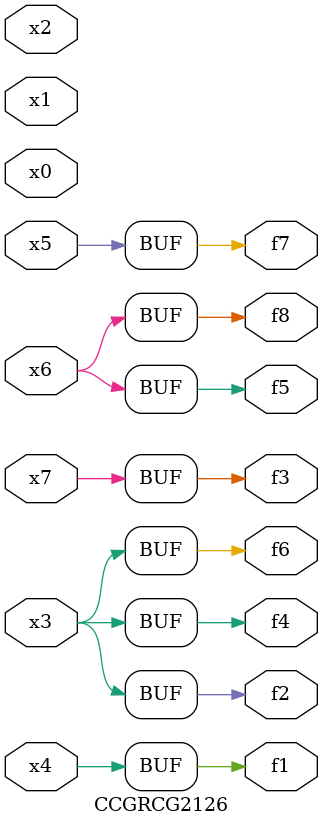
<source format=v>
module CCGRCG2126(
	input x0, x1, x2, x3, x4, x5, x6, x7,
	output f1, f2, f3, f4, f5, f6, f7, f8
);
	assign f1 = x4;
	assign f2 = x3;
	assign f3 = x7;
	assign f4 = x3;
	assign f5 = x6;
	assign f6 = x3;
	assign f7 = x5;
	assign f8 = x6;
endmodule

</source>
